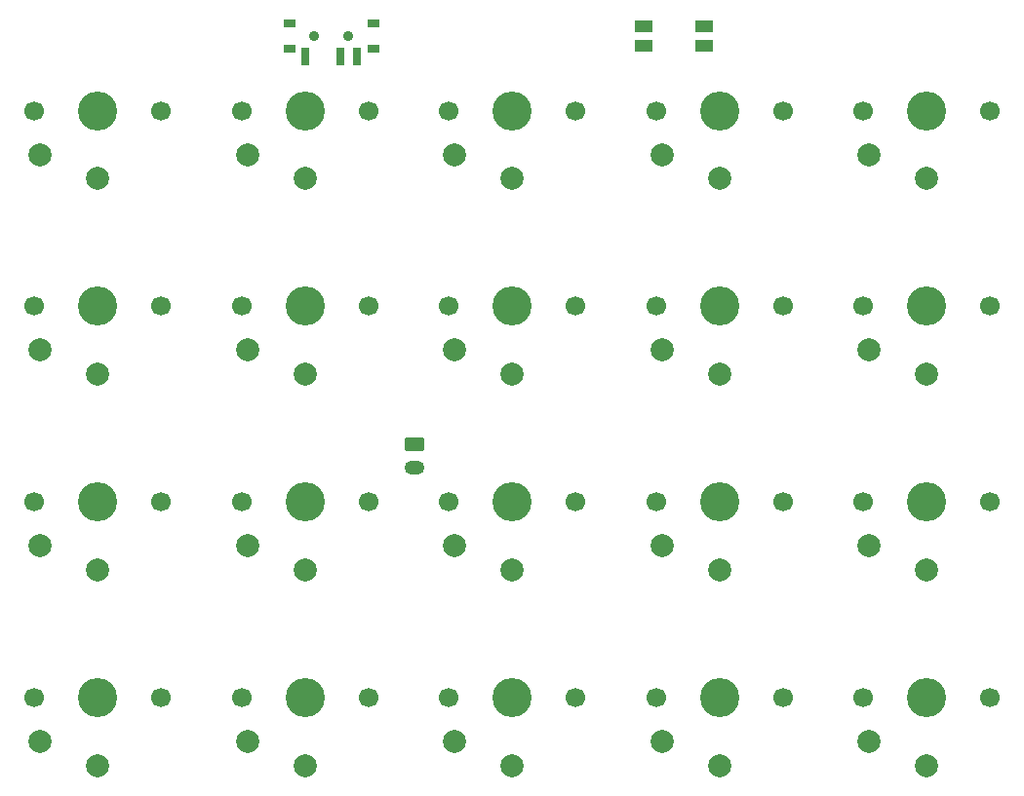
<source format=gbs>
%TF.GenerationSoftware,KiCad,Pcbnew,9.0.1*%
%TF.CreationDate,2025-08-18T19:36:27-06:00*%
%TF.ProjectId,aurora40_kicad,6175726f-7261-4343-905f-6b696361642e,1*%
%TF.SameCoordinates,Original*%
%TF.FileFunction,Soldermask,Bot*%
%TF.FilePolarity,Negative*%
%FSLAX46Y46*%
G04 Gerber Fmt 4.6, Leading zero omitted, Abs format (unit mm)*
G04 Created by KiCad (PCBNEW 9.0.1) date 2025-08-18 19:36:27*
%MOMM*%
%LPD*%
G01*
G04 APERTURE LIST*
G04 Aperture macros list*
%AMRoundRect*
0 Rectangle with rounded corners*
0 $1 Rounding radius*
0 $2 $3 $4 $5 $6 $7 $8 $9 X,Y pos of 4 corners*
0 Add a 4 corners polygon primitive as box body*
4,1,4,$2,$3,$4,$5,$6,$7,$8,$9,$2,$3,0*
0 Add four circle primitives for the rounded corners*
1,1,$1+$1,$2,$3*
1,1,$1+$1,$4,$5*
1,1,$1+$1,$6,$7*
1,1,$1+$1,$8,$9*
0 Add four rect primitives between the rounded corners*
20,1,$1+$1,$2,$3,$4,$5,0*
20,1,$1+$1,$4,$5,$6,$7,0*
20,1,$1+$1,$6,$7,$8,$9,0*
20,1,$1+$1,$8,$9,$2,$3,0*%
G04 Aperture macros list end*
%ADD10C,1.700000*%
%ADD11C,3.400000*%
%ADD12C,2.000000*%
%ADD13RoundRect,0.250000X-0.625000X0.350000X-0.625000X-0.350000X0.625000X-0.350000X0.625000X0.350000X0*%
%ADD14O,1.750000X1.200000*%
%ADD15C,0.900000*%
%ADD16R,0.700000X1.500000*%
%ADD17R,1.000000X0.800000*%
%ADD18R,1.550000X1.000000*%
G04 APERTURE END LIST*
D10*
%TO.C,CH7*%
X71500000Y-64200000D03*
D11*
X77000000Y-64200000D03*
D10*
X82500000Y-64200000D03*
D12*
X72000000Y-68000000D03*
X77000000Y-70100000D03*
%TD*%
D10*
%TO.C,CH5*%
X125500000Y-47200000D03*
D11*
X131000000Y-47200000D03*
D10*
X136500000Y-47200000D03*
D12*
X126000000Y-51000000D03*
X131000000Y-53100000D03*
%TD*%
D10*
%TO.C,CH18*%
X89500000Y-98200000D03*
D11*
X95000000Y-98200000D03*
D10*
X100500000Y-98200000D03*
D12*
X90000000Y-102000000D03*
X95000000Y-104100000D03*
%TD*%
D10*
%TO.C,CH3*%
X89500000Y-47200000D03*
D11*
X95000000Y-47200000D03*
D10*
X100500000Y-47200000D03*
D12*
X90000000Y-51000000D03*
X95000000Y-53100000D03*
%TD*%
D10*
%TO.C,CH10*%
X125500000Y-64200000D03*
D11*
X131000000Y-64200000D03*
D10*
X136500000Y-64200000D03*
D12*
X126000000Y-68000000D03*
X131000000Y-70100000D03*
%TD*%
D10*
%TO.C,CH8*%
X89500000Y-64200000D03*
D11*
X95000000Y-64200000D03*
D10*
X100500000Y-64200000D03*
D12*
X90000000Y-68000000D03*
X95000000Y-70100000D03*
%TD*%
D10*
%TO.C,CH20*%
X125500000Y-98200000D03*
D11*
X131000000Y-98200000D03*
D10*
X136500000Y-98200000D03*
D12*
X126000000Y-102000000D03*
X131000000Y-104100000D03*
%TD*%
D10*
%TO.C,CH2*%
X71500000Y-47200000D03*
D11*
X77000000Y-47200000D03*
D10*
X82500000Y-47200000D03*
D12*
X72000000Y-51000000D03*
X77000000Y-53100000D03*
%TD*%
D10*
%TO.C,CH16*%
X53500000Y-98200000D03*
D11*
X59000000Y-98200000D03*
D10*
X64500000Y-98200000D03*
D12*
X54000000Y-102000000D03*
X59000000Y-104100000D03*
%TD*%
D10*
%TO.C,CH12*%
X71500000Y-81200000D03*
D11*
X77000000Y-81200000D03*
D10*
X82500000Y-81200000D03*
D12*
X72000000Y-85000000D03*
X77000000Y-87100000D03*
%TD*%
D10*
%TO.C,CH9*%
X107500000Y-64200000D03*
D11*
X113000000Y-64200000D03*
D10*
X118500000Y-64200000D03*
D12*
X108000000Y-68000000D03*
X113000000Y-70100000D03*
%TD*%
D10*
%TO.C,CH17*%
X71500000Y-98200000D03*
D11*
X77000000Y-98200000D03*
D10*
X82500000Y-98200000D03*
D12*
X72000000Y-102000000D03*
X77000000Y-104100000D03*
%TD*%
D10*
%TO.C,CH4*%
X107500000Y-47200000D03*
D11*
X113000000Y-47200000D03*
D10*
X118500000Y-47200000D03*
D12*
X108000000Y-51000000D03*
X113000000Y-53100000D03*
%TD*%
D10*
%TO.C,CH1*%
X53500000Y-47200000D03*
D11*
X59000000Y-47200000D03*
D10*
X64500000Y-47200000D03*
D12*
X54000000Y-51000000D03*
X59000000Y-53100000D03*
%TD*%
D10*
%TO.C,CH13*%
X89500000Y-81200000D03*
D11*
X95000000Y-81200000D03*
D10*
X100500000Y-81200000D03*
D12*
X90000000Y-85000000D03*
X95000000Y-87100000D03*
%TD*%
D10*
%TO.C,CH14*%
X107500000Y-81200000D03*
D11*
X113000000Y-81200000D03*
D10*
X118500000Y-81200000D03*
D12*
X108000000Y-85000000D03*
X113000000Y-87100000D03*
%TD*%
D10*
%TO.C,CH6*%
X53500000Y-64200000D03*
D11*
X59000000Y-64200000D03*
D10*
X64500000Y-64200000D03*
D12*
X54000000Y-68000000D03*
X59000000Y-70100000D03*
%TD*%
D10*
%TO.C,CH11*%
X53500000Y-81200000D03*
D11*
X59000000Y-81200000D03*
D10*
X64500000Y-81200000D03*
D12*
X54000000Y-85000000D03*
X59000000Y-87100000D03*
%TD*%
D10*
%TO.C,CH19*%
X107500000Y-98200000D03*
D11*
X113000000Y-98200000D03*
D10*
X118500000Y-98200000D03*
D12*
X108000000Y-102000000D03*
X113000000Y-104100000D03*
%TD*%
D10*
%TO.C,CH15*%
X125500000Y-81200000D03*
D11*
X131000000Y-81200000D03*
D10*
X136500000Y-81200000D03*
D12*
X126000000Y-85000000D03*
X131000000Y-87100000D03*
%TD*%
D13*
%TO.C,J1*%
X86550000Y-76200000D03*
D14*
X86550000Y-78200000D03*
%TD*%
D15*
%TO.C,SW1*%
X77800000Y-40700000D03*
X80800000Y-40700000D03*
D16*
X77050000Y-42450000D03*
X80050000Y-42450000D03*
X81550000Y-42450000D03*
D17*
X75650000Y-41800000D03*
X75650000Y-39600000D03*
X82950000Y-41800000D03*
X82950000Y-39600000D03*
%TD*%
D18*
%TO.C,SW2*%
X111625000Y-39850000D03*
X106375000Y-39850000D03*
X111625000Y-41550000D03*
X106375000Y-41550000D03*
%TD*%
M02*

</source>
